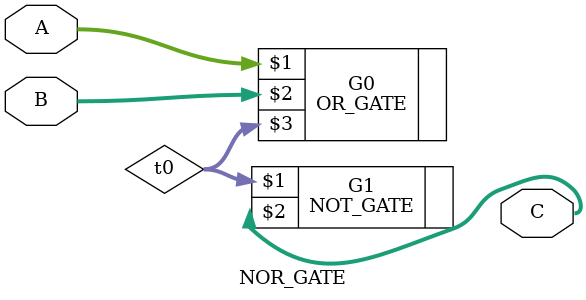
<source format=v>

module NOR_GATE #(
    parameter N = 8
)
(
    A,B, C
);

input [N-1:0] A,B;
output [N-1:0] C;

wire [N-1:0] t0; 

OR_GATE #(.N(N)) G0 (A,B,t0);
NOT_GATE #(.N(N)) G1 (t0,C);


    
endmodule
</source>
